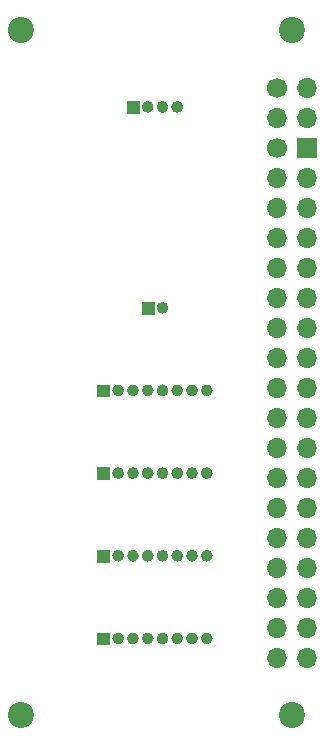
<source format=gbr>
%TF.GenerationSoftware,KiCad,Pcbnew,8.0.9*%
%TF.CreationDate,2026-01-01T18:04:30+09:00*%
%TF.ProjectId,Main,4d61696e-2e6b-4696-9361-645f70636258,rev?*%
%TF.SameCoordinates,Original*%
%TF.FileFunction,Soldermask,Bot*%
%TF.FilePolarity,Negative*%
%FSLAX46Y46*%
G04 Gerber Fmt 4.6, Leading zero omitted, Abs format (unit mm)*
G04 Created by KiCad (PCBNEW 8.0.9) date 2026-01-01 18:04:30*
%MOMM*%
%LPD*%
G01*
G04 APERTURE LIST*
%ADD10C,0.501200*%
%ADD11C,0.010000*%
%ADD12C,1.700000*%
%ADD13O,1.700000X1.700000*%
%ADD14R,1.700000X1.700000*%
%ADD15C,2.200000*%
G04 APERTURE END LIST*
D10*
%TO.C,J5*%
X142000600Y-120000000D02*
G75*
G02*
X141499400Y-120000000I-250600J0D01*
G01*
X141499400Y-120000000D02*
G75*
G02*
X142000600Y-120000000I250600J0D01*
G01*
X143250600Y-120000000D02*
G75*
G02*
X142749400Y-120000000I-250600J0D01*
G01*
X142749400Y-120000000D02*
G75*
G02*
X143250600Y-120000000I250600J0D01*
G01*
X144500600Y-120000000D02*
G75*
G02*
X143999400Y-120000000I-250600J0D01*
G01*
X143999400Y-120000000D02*
G75*
G02*
X144500600Y-120000000I250600J0D01*
G01*
X145750600Y-120000000D02*
G75*
G02*
X145249400Y-120000000I-250600J0D01*
G01*
X145249400Y-120000000D02*
G75*
G02*
X145750600Y-120000000I250600J0D01*
G01*
X147000600Y-120000000D02*
G75*
G02*
X146499400Y-120000000I-250600J0D01*
G01*
X146499400Y-120000000D02*
G75*
G02*
X147000600Y-120000000I250600J0D01*
G01*
X148250600Y-120000000D02*
G75*
G02*
X147749400Y-120000000I-250600J0D01*
G01*
X147749400Y-120000000D02*
G75*
G02*
X148250600Y-120000000I250600J0D01*
G01*
X149500600Y-120000000D02*
G75*
G02*
X148999400Y-120000000I-250600J0D01*
G01*
X148999400Y-120000000D02*
G75*
G02*
X149500600Y-120000000I250600J0D01*
G01*
D11*
X141001200Y-120501200D02*
X139998800Y-120501200D01*
X139998800Y-119498800D01*
X141001200Y-119498800D01*
X141001200Y-120501200D01*
G36*
X141001200Y-120501200D02*
G01*
X139998800Y-120501200D01*
X139998800Y-119498800D01*
X141001200Y-119498800D01*
X141001200Y-120501200D01*
G37*
D10*
%TO.C,J2*%
X142000600Y-99000000D02*
G75*
G02*
X141499400Y-99000000I-250600J0D01*
G01*
X141499400Y-99000000D02*
G75*
G02*
X142000600Y-99000000I250600J0D01*
G01*
X143250600Y-99000000D02*
G75*
G02*
X142749400Y-99000000I-250600J0D01*
G01*
X142749400Y-99000000D02*
G75*
G02*
X143250600Y-99000000I250600J0D01*
G01*
X144500600Y-99000000D02*
G75*
G02*
X143999400Y-99000000I-250600J0D01*
G01*
X143999400Y-99000000D02*
G75*
G02*
X144500600Y-99000000I250600J0D01*
G01*
X145750600Y-99000000D02*
G75*
G02*
X145249400Y-99000000I-250600J0D01*
G01*
X145249400Y-99000000D02*
G75*
G02*
X145750600Y-99000000I250600J0D01*
G01*
X147000600Y-99000000D02*
G75*
G02*
X146499400Y-99000000I-250600J0D01*
G01*
X146499400Y-99000000D02*
G75*
G02*
X147000600Y-99000000I250600J0D01*
G01*
X148250600Y-99000000D02*
G75*
G02*
X147749400Y-99000000I-250600J0D01*
G01*
X147749400Y-99000000D02*
G75*
G02*
X148250600Y-99000000I250600J0D01*
G01*
X149500600Y-99000000D02*
G75*
G02*
X148999400Y-99000000I-250600J0D01*
G01*
X148999400Y-99000000D02*
G75*
G02*
X149500600Y-99000000I250600J0D01*
G01*
D11*
X141001200Y-99501200D02*
X139998800Y-99501200D01*
X139998800Y-98498800D01*
X141001200Y-98498800D01*
X141001200Y-99501200D01*
G36*
X141001200Y-99501200D02*
G01*
X139998800Y-99501200D01*
X139998800Y-98498800D01*
X141001200Y-98498800D01*
X141001200Y-99501200D01*
G37*
D10*
%TO.C,J3*%
X142000600Y-106000000D02*
G75*
G02*
X141499400Y-106000000I-250600J0D01*
G01*
X141499400Y-106000000D02*
G75*
G02*
X142000600Y-106000000I250600J0D01*
G01*
X143250600Y-106000000D02*
G75*
G02*
X142749400Y-106000000I-250600J0D01*
G01*
X142749400Y-106000000D02*
G75*
G02*
X143250600Y-106000000I250600J0D01*
G01*
X144500600Y-106000000D02*
G75*
G02*
X143999400Y-106000000I-250600J0D01*
G01*
X143999400Y-106000000D02*
G75*
G02*
X144500600Y-106000000I250600J0D01*
G01*
X145750600Y-106000000D02*
G75*
G02*
X145249400Y-106000000I-250600J0D01*
G01*
X145249400Y-106000000D02*
G75*
G02*
X145750600Y-106000000I250600J0D01*
G01*
X147000600Y-106000000D02*
G75*
G02*
X146499400Y-106000000I-250600J0D01*
G01*
X146499400Y-106000000D02*
G75*
G02*
X147000600Y-106000000I250600J0D01*
G01*
X148250600Y-106000000D02*
G75*
G02*
X147749400Y-106000000I-250600J0D01*
G01*
X147749400Y-106000000D02*
G75*
G02*
X148250600Y-106000000I250600J0D01*
G01*
X149500600Y-106000000D02*
G75*
G02*
X148999400Y-106000000I-250600J0D01*
G01*
X148999400Y-106000000D02*
G75*
G02*
X149500600Y-106000000I250600J0D01*
G01*
D11*
X141001200Y-106501200D02*
X139998800Y-106501200D01*
X139998800Y-105498800D01*
X141001200Y-105498800D01*
X141001200Y-106501200D01*
G36*
X141001200Y-106501200D02*
G01*
X139998800Y-106501200D01*
X139998800Y-105498800D01*
X141001200Y-105498800D01*
X141001200Y-106501200D01*
G37*
D10*
%TO.C,J7*%
X145750600Y-92000000D02*
G75*
G02*
X145249400Y-92000000I-250600J0D01*
G01*
X145249400Y-92000000D02*
G75*
G02*
X145750600Y-92000000I250600J0D01*
G01*
D11*
X144751200Y-92501200D02*
X143748800Y-92501200D01*
X143748800Y-91498800D01*
X144751200Y-91498800D01*
X144751200Y-92501200D01*
G36*
X144751200Y-92501200D02*
G01*
X143748800Y-92501200D01*
X143748800Y-91498800D01*
X144751200Y-91498800D01*
X144751200Y-92501200D01*
G37*
D10*
%TO.C,J4*%
X142000600Y-113000000D02*
G75*
G02*
X141499400Y-113000000I-250600J0D01*
G01*
X141499400Y-113000000D02*
G75*
G02*
X142000600Y-113000000I250600J0D01*
G01*
X143250600Y-113000000D02*
G75*
G02*
X142749400Y-113000000I-250600J0D01*
G01*
X142749400Y-113000000D02*
G75*
G02*
X143250600Y-113000000I250600J0D01*
G01*
X144500600Y-113000000D02*
G75*
G02*
X143999400Y-113000000I-250600J0D01*
G01*
X143999400Y-113000000D02*
G75*
G02*
X144500600Y-113000000I250600J0D01*
G01*
X145750600Y-113000000D02*
G75*
G02*
X145249400Y-113000000I-250600J0D01*
G01*
X145249400Y-113000000D02*
G75*
G02*
X145750600Y-113000000I250600J0D01*
G01*
X147000600Y-113000000D02*
G75*
G02*
X146499400Y-113000000I-250600J0D01*
G01*
X146499400Y-113000000D02*
G75*
G02*
X147000600Y-113000000I250600J0D01*
G01*
X148250600Y-113000000D02*
G75*
G02*
X147749400Y-113000000I-250600J0D01*
G01*
X147749400Y-113000000D02*
G75*
G02*
X148250600Y-113000000I250600J0D01*
G01*
X149500600Y-113000000D02*
G75*
G02*
X148999400Y-113000000I-250600J0D01*
G01*
X148999400Y-113000000D02*
G75*
G02*
X149500600Y-113000000I250600J0D01*
G01*
D11*
X141001200Y-113501200D02*
X139998800Y-113501200D01*
X139998800Y-112498800D01*
X141001200Y-112498800D01*
X141001200Y-113501200D01*
G36*
X141001200Y-113501200D02*
G01*
X139998800Y-113501200D01*
X139998800Y-112498800D01*
X141001200Y-112498800D01*
X141001200Y-113501200D01*
G37*
D10*
%TO.C,J6*%
X144500600Y-75000000D02*
G75*
G02*
X143999400Y-75000000I-250600J0D01*
G01*
X143999400Y-75000000D02*
G75*
G02*
X144500600Y-75000000I250600J0D01*
G01*
X145750600Y-75000000D02*
G75*
G02*
X145249400Y-75000000I-250600J0D01*
G01*
X145249400Y-75000000D02*
G75*
G02*
X145750600Y-75000000I250600J0D01*
G01*
X147000600Y-75000000D02*
G75*
G02*
X146499400Y-75000000I-250600J0D01*
G01*
X146499400Y-75000000D02*
G75*
G02*
X147000600Y-75000000I250600J0D01*
G01*
D11*
X143501200Y-75501200D02*
X142498800Y-75501200D01*
X142498800Y-74498800D01*
X143501200Y-74498800D01*
X143501200Y-75501200D01*
G36*
X143501200Y-75501200D02*
G01*
X142498800Y-75501200D01*
X142498800Y-74498800D01*
X143501200Y-74498800D01*
X143501200Y-75501200D01*
G37*
%TD*%
D12*
%TO.C,J1*%
X155230000Y-73370000D03*
D13*
X157770000Y-73370000D03*
X155230000Y-75910000D03*
X157770000Y-75910000D03*
D12*
X155230000Y-78450000D03*
D14*
X157770000Y-78450000D03*
D13*
X155230000Y-80990000D03*
X157770000Y-80990000D03*
X155230000Y-83530000D03*
X157770000Y-83530000D03*
X155230000Y-86070000D03*
X157770000Y-86070000D03*
X155230000Y-88610000D03*
X157770000Y-88610000D03*
X155230000Y-91150000D03*
X157770000Y-91150000D03*
X155230000Y-93690000D03*
X157770000Y-93690000D03*
X155230000Y-96230000D03*
X157770000Y-96230000D03*
X155230000Y-98770000D03*
X157770000Y-98770000D03*
X155230000Y-101310000D03*
X157770000Y-101310000D03*
X155230000Y-103850000D03*
X157770000Y-103850000D03*
X155230000Y-106390000D03*
X157770000Y-106390000D03*
X155230000Y-108930000D03*
X157770000Y-108930000D03*
X155230000Y-111470000D03*
X157770000Y-111470000D03*
X155230000Y-114010000D03*
X157770000Y-114010000D03*
X155230000Y-116550000D03*
X157770000Y-116550000D03*
X155230000Y-119090000D03*
X157770000Y-119090000D03*
X155230000Y-121630000D03*
X157770000Y-121630000D03*
%TD*%
D15*
%TO.C,H1*%
X133500000Y-68500000D03*
%TD*%
%TO.C,H4*%
X156500000Y-126500000D03*
%TD*%
%TO.C,H3*%
X133500000Y-126500000D03*
%TD*%
%TO.C,H2*%
X156500000Y-68500000D03*
%TD*%
M02*

</source>
